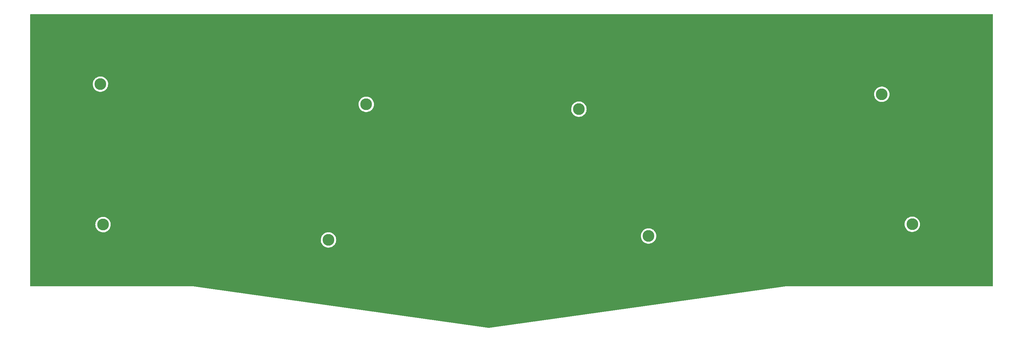
<source format=gbr>
%TF.GenerationSoftware,KiCad,Pcbnew,(5.99.0-9176-ga1730d51ff)*%
%TF.CreationDate,2021-03-15T21:55:54-05:00*%
%TF.ProjectId,Back Plate,4261636b-2050-46c6-9174-652e6b696361,rev?*%
%TF.SameCoordinates,Original*%
%TF.FileFunction,Copper,L2,Bot*%
%TF.FilePolarity,Positive*%
%FSLAX46Y46*%
G04 Gerber Fmt 4.6, Leading zero omitted, Abs format (unit mm)*
G04 Created by KiCad (PCBNEW (5.99.0-9176-ga1730d51ff)) date 2021-03-15 21:55:54*
%MOMM*%
%LPD*%
G01*
G04 APERTURE LIST*
%TA.AperFunction,ComponentPad*%
%ADD10C,3.300000*%
%TD*%
G04 APERTURE END LIST*
D10*
X159749803Y-105787321D03*
X149129803Y-143897321D03*
X313169803Y-139497321D03*
X85789803Y-139597321D03*
X219489803Y-107157321D03*
X304609803Y-102967321D03*
X85049803Y-100127321D03*
X239069803Y-142797321D03*
%TA.AperFunction,NonConductor*%
G36*
X200577144Y-80426540D02*
G01*
X335691802Y-80426540D01*
X335759923Y-80446542D01*
X335806416Y-80500198D01*
X335817802Y-80552540D01*
X335817803Y-156784139D01*
X335797801Y-156852260D01*
X335744145Y-156898753D01*
X335691803Y-156910139D01*
X318049906Y-156910139D01*
X278733061Y-156910140D01*
X278060314Y-156910140D01*
X278049640Y-156909687D01*
X278039078Y-156908789D01*
X278013242Y-156906592D01*
X278008255Y-156906067D01*
X277980543Y-156902590D01*
X277975063Y-156902686D01*
X277962184Y-156902251D01*
X277958564Y-156901943D01*
X277958562Y-156901943D01*
X277953718Y-156901531D01*
X277948866Y-156901869D01*
X277947093Y-156901856D01*
X277940765Y-156901973D01*
X277933298Y-156900654D01*
X277918310Y-156902304D01*
X277909315Y-156903294D01*
X277897723Y-156904032D01*
X277891277Y-156904144D01*
X277868961Y-156904533D01*
X277860390Y-156907202D01*
X277855574Y-156907978D01*
X277853212Y-156908336D01*
X277850367Y-156908739D01*
X277845892Y-156909051D01*
X277841504Y-156909995D01*
X277841496Y-156909996D01*
X277840513Y-156910207D01*
X277827812Y-156912267D01*
X277819363Y-156913197D01*
X277814663Y-156914468D01*
X277794321Y-156919969D01*
X277787970Y-156921511D01*
X277737395Y-156932389D01*
X277728420Y-156933981D01*
X194243870Y-168637396D01*
X194229055Y-168638588D01*
X194185174Y-168639517D01*
X194180369Y-168640370D01*
X194179243Y-168640481D01*
X194155468Y-168640399D01*
X194153671Y-168640079D01*
X194104269Y-168638391D01*
X194090985Y-168637231D01*
X118205832Y-157940706D01*
X111055313Y-156932792D01*
X111044850Y-156930863D01*
X111008734Y-156922616D01*
X111003904Y-156921412D01*
X110981082Y-156915243D01*
X110981076Y-156915242D01*
X110976745Y-156914071D01*
X110972208Y-156913516D01*
X110971445Y-156913422D01*
X110958720Y-156911196D01*
X110955312Y-156910418D01*
X110955307Y-156910417D01*
X110950567Y-156909335D01*
X110945708Y-156908994D01*
X110944323Y-156908789D01*
X110937616Y-156907971D01*
X110930479Y-156905646D01*
X110921507Y-156905373D01*
X110909643Y-156905012D01*
X110906186Y-156904907D01*
X110894713Y-156904032D01*
X110874883Y-156901605D01*
X110874880Y-156901605D01*
X110865972Y-156900515D01*
X110857114Y-156901969D01*
X110853594Y-156902041D01*
X110851161Y-156902067D01*
X110847016Y-156902072D01*
X110842555Y-156901759D01*
X110838090Y-156902082D01*
X110838077Y-156902082D01*
X110837190Y-156902146D01*
X110824288Y-156902416D01*
X110820781Y-156902310D01*
X110820780Y-156902310D01*
X110815910Y-156902162D01*
X110811084Y-156902764D01*
X110811077Y-156902764D01*
X110790008Y-156905391D01*
X110783514Y-156906030D01*
X110731288Y-156909809D01*
X110722195Y-156910138D01*
X110483263Y-156910138D01*
X74410396Y-156910139D01*
X65459803Y-156910139D01*
X65391682Y-156890137D01*
X65345189Y-156836481D01*
X65333803Y-156784139D01*
X65333803Y-143874665D01*
X146966422Y-143874665D01*
X146983363Y-144168479D01*
X147040022Y-144457276D01*
X147041408Y-144461324D01*
X147125107Y-144705787D01*
X147135352Y-144735711D01*
X147137279Y-144739542D01*
X147244755Y-144953233D01*
X147267588Y-144998632D01*
X147434282Y-145241174D01*
X147632351Y-145458849D01*
X147635639Y-145461598D01*
X147854838Y-145644877D01*
X147854843Y-145644881D01*
X147858130Y-145647629D01*
X147916206Y-145684060D01*
X148103799Y-145801738D01*
X148103803Y-145801740D01*
X148107439Y-145804021D01*
X148241553Y-145864576D01*
X148371755Y-145923365D01*
X148371759Y-145923367D01*
X148375667Y-145925131D01*
X148379787Y-145926351D01*
X148379786Y-145926351D01*
X148653737Y-146007499D01*
X148653741Y-146007500D01*
X148657850Y-146008717D01*
X148662084Y-146009365D01*
X148662089Y-146009366D01*
X148944524Y-146052584D01*
X148944526Y-146052584D01*
X148948766Y-146053233D01*
X149098567Y-146055586D01*
X149238741Y-146057789D01*
X149238747Y-146057789D01*
X149243032Y-146057856D01*
X149535202Y-146022499D01*
X149819871Y-145947818D01*
X149823831Y-145946178D01*
X149823836Y-145946176D01*
X149970208Y-145885546D01*
X150091771Y-145835193D01*
X150142094Y-145805787D01*
X150158838Y-145796003D01*
X150345870Y-145686710D01*
X150577467Y-145505115D01*
X150782276Y-145293769D01*
X150956506Y-145056582D01*
X151096935Y-144797944D01*
X151200964Y-144522641D01*
X151237848Y-144361598D01*
X151265710Y-144239947D01*
X151265711Y-144239942D01*
X151266667Y-144235767D01*
X151292829Y-143942630D01*
X151293303Y-143897321D01*
X151292050Y-143878945D01*
X151273578Y-143607977D01*
X151273577Y-143607971D01*
X151273286Y-143603700D01*
X151213605Y-143315513D01*
X151115365Y-143038092D01*
X150980384Y-142776570D01*
X150979045Y-142774665D01*
X236906422Y-142774665D01*
X236923363Y-143068479D01*
X236980022Y-143357276D01*
X236981408Y-143361324D01*
X237058175Y-143585540D01*
X237075352Y-143635711D01*
X237207588Y-143898632D01*
X237374282Y-144141174D01*
X237377163Y-144144340D01*
X237464159Y-144239947D01*
X237572351Y-144358849D01*
X237575639Y-144361598D01*
X237794838Y-144544877D01*
X237794843Y-144544881D01*
X237798130Y-144547629D01*
X237856206Y-144584060D01*
X238043799Y-144701738D01*
X238043803Y-144701740D01*
X238047439Y-144704021D01*
X238126109Y-144739542D01*
X238311755Y-144823365D01*
X238311759Y-144823367D01*
X238315667Y-144825131D01*
X238319787Y-144826351D01*
X238319786Y-144826351D01*
X238593737Y-144907499D01*
X238593741Y-144907500D01*
X238597850Y-144908717D01*
X238602084Y-144909365D01*
X238602089Y-144909366D01*
X238884524Y-144952584D01*
X238884526Y-144952584D01*
X238888766Y-144953233D01*
X239038567Y-144955586D01*
X239178741Y-144957789D01*
X239178747Y-144957789D01*
X239183032Y-144957856D01*
X239475202Y-144922499D01*
X239759871Y-144847818D01*
X239763831Y-144846178D01*
X239763836Y-144846176D01*
X239910208Y-144785546D01*
X240031771Y-144735193D01*
X240082094Y-144705787D01*
X240098838Y-144696003D01*
X240285870Y-144586710D01*
X240517467Y-144405115D01*
X240722276Y-144193769D01*
X240896506Y-143956582D01*
X241036935Y-143697944D01*
X241140964Y-143422641D01*
X241165500Y-143315513D01*
X241205710Y-143139947D01*
X241205711Y-143139942D01*
X241206667Y-143135767D01*
X241232829Y-142842630D01*
X241233303Y-142797321D01*
X241231888Y-142776570D01*
X241213578Y-142507977D01*
X241213577Y-142507971D01*
X241213286Y-142503700D01*
X241153605Y-142215513D01*
X241055365Y-141938092D01*
X240920384Y-141676570D01*
X240907185Y-141657789D01*
X240753625Y-141439296D01*
X240753624Y-141439295D01*
X240751158Y-141435786D01*
X240550821Y-141220197D01*
X240535634Y-141207766D01*
X240326396Y-141036508D01*
X240323078Y-141033792D01*
X240072144Y-140880020D01*
X240068208Y-140878292D01*
X239806590Y-140763449D01*
X239806586Y-140763448D01*
X239802662Y-140761725D01*
X239519620Y-140681099D01*
X239515378Y-140680495D01*
X239515372Y-140680494D01*
X239232505Y-140640236D01*
X239228254Y-140639631D01*
X239073117Y-140638819D01*
X238938242Y-140638112D01*
X238938236Y-140638112D01*
X238933956Y-140638090D01*
X238929712Y-140638649D01*
X238929708Y-140638649D01*
X238822123Y-140652813D01*
X238642171Y-140676504D01*
X238638031Y-140677637D01*
X238638029Y-140677637D01*
X238621072Y-140682276D01*
X238358300Y-140754163D01*
X238087595Y-140869628D01*
X237968051Y-140941174D01*
X237838746Y-141018561D01*
X237838742Y-141018564D01*
X237835064Y-141020765D01*
X237605382Y-141204775D01*
X237527629Y-141286710D01*
X237414629Y-141405787D01*
X237402798Y-141418254D01*
X237309697Y-141547818D01*
X237237057Y-141648907D01*
X237231060Y-141657252D01*
X237093347Y-141917346D01*
X236992208Y-142193724D01*
X236929512Y-142481270D01*
X236906422Y-142774665D01*
X150979045Y-142774665D01*
X150976044Y-142770394D01*
X150813625Y-142539296D01*
X150813624Y-142539295D01*
X150811158Y-142535786D01*
X150610821Y-142320197D01*
X150588709Y-142302098D01*
X150386396Y-142136508D01*
X150383078Y-142133792D01*
X150132144Y-141980020D01*
X150128208Y-141978292D01*
X149866590Y-141863449D01*
X149866586Y-141863448D01*
X149862662Y-141861725D01*
X149579620Y-141781099D01*
X149575378Y-141780495D01*
X149575372Y-141780494D01*
X149292505Y-141740236D01*
X149288254Y-141739631D01*
X149133117Y-141738819D01*
X148998242Y-141738112D01*
X148998236Y-141738112D01*
X148993956Y-141738090D01*
X148989712Y-141738649D01*
X148989708Y-141738649D01*
X148883862Y-141752584D01*
X148702171Y-141776504D01*
X148698031Y-141777637D01*
X148698029Y-141777637D01*
X148681072Y-141782276D01*
X148418300Y-141854163D01*
X148147595Y-141969628D01*
X147995219Y-142060824D01*
X147898746Y-142118561D01*
X147898742Y-142118564D01*
X147895064Y-142120765D01*
X147665382Y-142304775D01*
X147545607Y-142430991D01*
X147472551Y-142507977D01*
X147462798Y-142518254D01*
X147291060Y-142757252D01*
X147289051Y-142761047D01*
X147289050Y-142761048D01*
X147268529Y-142799806D01*
X147153347Y-143017346D01*
X147052208Y-143293724D01*
X146989512Y-143581270D01*
X146966422Y-143874665D01*
X65333803Y-143874665D01*
X65333803Y-139574665D01*
X83626422Y-139574665D01*
X83643363Y-139868479D01*
X83700022Y-140157276D01*
X83701408Y-140161324D01*
X83781046Y-140393926D01*
X83795352Y-140435711D01*
X83797279Y-140439542D01*
X83918466Y-140680494D01*
X83927588Y-140698632D01*
X84023127Y-140837643D01*
X84061702Y-140893769D01*
X84094282Y-140941174D01*
X84097163Y-140944340D01*
X84240651Y-141102031D01*
X84292351Y-141158849D01*
X84295639Y-141161598D01*
X84514838Y-141344877D01*
X84514843Y-141344881D01*
X84518130Y-141347629D01*
X84625759Y-141415145D01*
X84763799Y-141501738D01*
X84763803Y-141501740D01*
X84767439Y-141504021D01*
X84860802Y-141546176D01*
X85031755Y-141623365D01*
X85031759Y-141623367D01*
X85035667Y-141625131D01*
X85039787Y-141626351D01*
X85039786Y-141626351D01*
X85313737Y-141707499D01*
X85313741Y-141707500D01*
X85317850Y-141708717D01*
X85322084Y-141709365D01*
X85322089Y-141709366D01*
X85604524Y-141752584D01*
X85604526Y-141752584D01*
X85608766Y-141753233D01*
X85758567Y-141755586D01*
X85898741Y-141757789D01*
X85898747Y-141757789D01*
X85903032Y-141757856D01*
X86195202Y-141722499D01*
X86479871Y-141647818D01*
X86483831Y-141646178D01*
X86483836Y-141646176D01*
X86630208Y-141585546D01*
X86751771Y-141535193D01*
X86766903Y-141526351D01*
X86818838Y-141496003D01*
X87005870Y-141386710D01*
X87237467Y-141205115D01*
X87442276Y-140993769D01*
X87616506Y-140756582D01*
X87756935Y-140497944D01*
X87860964Y-140222641D01*
X87926667Y-139935767D01*
X87952829Y-139642630D01*
X87953303Y-139597321D01*
X87952050Y-139578945D01*
X87944941Y-139474665D01*
X311006422Y-139474665D01*
X311023363Y-139768479D01*
X311080022Y-140057276D01*
X311081408Y-140061324D01*
X311135209Y-140218462D01*
X311175352Y-140335711D01*
X311307588Y-140598632D01*
X311474282Y-140841174D01*
X311477163Y-140844340D01*
X311647514Y-141031553D01*
X311672351Y-141058849D01*
X311675639Y-141061598D01*
X311894838Y-141244877D01*
X311894843Y-141244881D01*
X311898130Y-141247629D01*
X311956206Y-141284060D01*
X312143799Y-141401738D01*
X312143803Y-141401740D01*
X312147439Y-141404021D01*
X312281553Y-141464576D01*
X312411755Y-141523365D01*
X312411759Y-141523367D01*
X312415667Y-141525131D01*
X312483680Y-141545277D01*
X312693737Y-141607499D01*
X312693741Y-141607500D01*
X312697850Y-141608717D01*
X312702084Y-141609365D01*
X312702089Y-141609366D01*
X312984524Y-141652584D01*
X312984526Y-141652584D01*
X312988766Y-141653233D01*
X313138567Y-141655586D01*
X313278741Y-141657789D01*
X313278747Y-141657789D01*
X313283032Y-141657856D01*
X313575202Y-141622499D01*
X313859871Y-141547818D01*
X313863831Y-141546178D01*
X313863836Y-141546176D01*
X314010208Y-141485546D01*
X314131771Y-141435193D01*
X314136132Y-141432645D01*
X314281619Y-141347629D01*
X314385870Y-141286710D01*
X314617467Y-141105115D01*
X314822276Y-140893769D01*
X314996506Y-140656582D01*
X315116429Y-140435711D01*
X315134885Y-140401720D01*
X315134886Y-140401718D01*
X315136935Y-140397944D01*
X315240964Y-140122641D01*
X315284743Y-139931493D01*
X315305710Y-139839947D01*
X315305711Y-139839942D01*
X315306667Y-139835767D01*
X315332829Y-139542630D01*
X315333303Y-139497321D01*
X315332050Y-139478945D01*
X315313578Y-139207977D01*
X315313577Y-139207971D01*
X315313286Y-139203700D01*
X315253605Y-138915513D01*
X315155365Y-138638092D01*
X315020384Y-138376570D01*
X314906933Y-138215145D01*
X314853625Y-138139296D01*
X314853624Y-138139295D01*
X314851158Y-138135786D01*
X314650821Y-137920197D01*
X314628709Y-137902098D01*
X314532615Y-137823447D01*
X314423078Y-137733792D01*
X314172144Y-137580020D01*
X314168208Y-137578292D01*
X313906590Y-137463449D01*
X313906586Y-137463448D01*
X313902662Y-137461725D01*
X313619620Y-137381099D01*
X313615378Y-137380495D01*
X313615372Y-137380494D01*
X313332505Y-137340236D01*
X313328254Y-137339631D01*
X313173117Y-137338819D01*
X313038242Y-137338112D01*
X313038236Y-137338112D01*
X313033956Y-137338090D01*
X313029712Y-137338649D01*
X313029708Y-137338649D01*
X312901377Y-137355544D01*
X312742171Y-137376504D01*
X312738031Y-137377637D01*
X312738029Y-137377637D01*
X312721072Y-137382276D01*
X312458300Y-137454163D01*
X312187595Y-137569628D01*
X312035219Y-137660824D01*
X311938746Y-137718561D01*
X311938742Y-137718564D01*
X311935064Y-137720765D01*
X311705382Y-137904775D01*
X311502798Y-138118254D01*
X311331060Y-138357252D01*
X311193347Y-138617346D01*
X311092208Y-138893724D01*
X311029512Y-139181270D01*
X311006422Y-139474665D01*
X87944941Y-139474665D01*
X87933578Y-139307977D01*
X87933577Y-139307971D01*
X87933286Y-139303700D01*
X87873605Y-139015513D01*
X87775365Y-138738092D01*
X87640384Y-138476570D01*
X87572779Y-138380377D01*
X87473625Y-138239296D01*
X87473624Y-138239295D01*
X87471158Y-138235786D01*
X87270821Y-138020197D01*
X87248709Y-138002098D01*
X87133597Y-137907881D01*
X87043078Y-137833792D01*
X86792144Y-137680020D01*
X86788208Y-137678292D01*
X86526590Y-137563449D01*
X86526586Y-137563448D01*
X86522662Y-137561725D01*
X86239620Y-137481099D01*
X86235378Y-137480495D01*
X86235372Y-137480494D01*
X85952505Y-137440236D01*
X85948254Y-137439631D01*
X85793117Y-137438819D01*
X85658242Y-137438112D01*
X85658236Y-137438112D01*
X85653956Y-137438090D01*
X85649712Y-137438649D01*
X85649708Y-137438649D01*
X85540482Y-137453029D01*
X85362171Y-137476504D01*
X85358031Y-137477637D01*
X85358029Y-137477637D01*
X85341072Y-137482276D01*
X85078300Y-137554163D01*
X84807595Y-137669628D01*
X84704126Y-137731553D01*
X84558746Y-137818561D01*
X84558742Y-137818564D01*
X84555064Y-137820765D01*
X84325382Y-138004775D01*
X84122798Y-138218254D01*
X83951060Y-138457252D01*
X83813347Y-138717346D01*
X83712208Y-138993724D01*
X83649512Y-139281270D01*
X83626422Y-139574665D01*
X65333803Y-139574665D01*
X65333803Y-105764665D01*
X157586422Y-105764665D01*
X157603363Y-106058479D01*
X157660022Y-106347276D01*
X157755352Y-106625711D01*
X157757279Y-106629542D01*
X157877200Y-106867977D01*
X157887588Y-106888632D01*
X158054282Y-107131174D01*
X158252351Y-107348849D01*
X158255639Y-107351598D01*
X158474838Y-107534877D01*
X158474843Y-107534881D01*
X158478130Y-107537629D01*
X158536206Y-107574060D01*
X158723799Y-107691738D01*
X158723803Y-107691740D01*
X158727439Y-107694021D01*
X158861553Y-107754576D01*
X158991755Y-107813365D01*
X158991759Y-107813367D01*
X158995667Y-107815131D01*
X158999787Y-107816351D01*
X158999786Y-107816351D01*
X159273737Y-107897499D01*
X159273741Y-107897500D01*
X159277850Y-107898717D01*
X159282084Y-107899365D01*
X159282089Y-107899366D01*
X159564524Y-107942584D01*
X159564526Y-107942584D01*
X159568766Y-107943233D01*
X159718567Y-107945586D01*
X159858741Y-107947789D01*
X159858747Y-107947789D01*
X159863032Y-107947856D01*
X160155202Y-107912499D01*
X160439871Y-107837818D01*
X160443831Y-107836178D01*
X160443836Y-107836176D01*
X160590208Y-107775546D01*
X160711771Y-107725193D01*
X160725320Y-107717276D01*
X160778838Y-107686003D01*
X160965870Y-107576710D01*
X161197467Y-107395115D01*
X161402276Y-107183769D01*
X161438346Y-107134665D01*
X217326422Y-107134665D01*
X217343363Y-107428479D01*
X217400022Y-107717276D01*
X217401408Y-107721324D01*
X217478968Y-107947856D01*
X217495352Y-107995711D01*
X217627588Y-108258632D01*
X217794282Y-108501174D01*
X217992351Y-108718849D01*
X217995639Y-108721598D01*
X218214838Y-108904877D01*
X218214843Y-108904881D01*
X218218130Y-108907629D01*
X218276206Y-108944060D01*
X218463799Y-109061738D01*
X218463803Y-109061740D01*
X218467439Y-109064021D01*
X218601553Y-109124576D01*
X218731755Y-109183365D01*
X218731759Y-109183367D01*
X218735667Y-109185131D01*
X218739787Y-109186351D01*
X218739786Y-109186351D01*
X219013737Y-109267499D01*
X219013741Y-109267500D01*
X219017850Y-109268717D01*
X219022084Y-109269365D01*
X219022089Y-109269366D01*
X219304524Y-109312584D01*
X219304526Y-109312584D01*
X219308766Y-109313233D01*
X219458567Y-109315586D01*
X219598741Y-109317789D01*
X219598747Y-109317789D01*
X219603032Y-109317856D01*
X219895202Y-109282499D01*
X220179871Y-109207818D01*
X220183831Y-109206178D01*
X220183836Y-109206176D01*
X220330208Y-109145546D01*
X220451771Y-109095193D01*
X220502094Y-109065787D01*
X220518838Y-109056003D01*
X220705870Y-108946710D01*
X220937467Y-108765115D01*
X221142276Y-108553769D01*
X221316506Y-108316582D01*
X221456935Y-108057944D01*
X221560964Y-107782641D01*
X221581784Y-107691738D01*
X221625710Y-107499947D01*
X221625711Y-107499942D01*
X221626667Y-107495767D01*
X221652829Y-107202630D01*
X221653063Y-107180313D01*
X221653277Y-107159806D01*
X221653303Y-107157321D01*
X221652050Y-107138945D01*
X221633578Y-106867977D01*
X221633577Y-106867971D01*
X221633286Y-106863700D01*
X221573605Y-106575513D01*
X221475365Y-106298092D01*
X221340384Y-106036570D01*
X221197053Y-105832630D01*
X221173625Y-105799296D01*
X221173624Y-105799295D01*
X221171158Y-105795786D01*
X220970821Y-105580197D01*
X220948709Y-105562098D01*
X220746396Y-105396508D01*
X220743078Y-105393792D01*
X220492144Y-105240020D01*
X220488208Y-105238292D01*
X220226590Y-105123449D01*
X220226586Y-105123448D01*
X220222662Y-105121725D01*
X219939620Y-105041099D01*
X219935378Y-105040495D01*
X219935372Y-105040494D01*
X219652505Y-105000236D01*
X219648254Y-104999631D01*
X219493117Y-104998819D01*
X219358242Y-104998112D01*
X219358236Y-104998112D01*
X219353956Y-104998090D01*
X219349712Y-104998649D01*
X219349708Y-104998649D01*
X219221377Y-105015544D01*
X219062171Y-105036504D01*
X219058031Y-105037637D01*
X219058029Y-105037637D01*
X219041072Y-105042276D01*
X218778300Y-105114163D01*
X218507595Y-105229628D01*
X218355219Y-105320824D01*
X218258746Y-105378561D01*
X218258742Y-105378564D01*
X218255064Y-105380765D01*
X218025382Y-105564775D01*
X217905607Y-105690991D01*
X217839747Y-105760394D01*
X217822798Y-105778254D01*
X217651060Y-106017252D01*
X217513347Y-106277346D01*
X217412208Y-106553724D01*
X217349512Y-106841270D01*
X217326422Y-107134665D01*
X161438346Y-107134665D01*
X161576506Y-106946582D01*
X161716935Y-106687944D01*
X161820964Y-106412641D01*
X161886667Y-106125767D01*
X161912829Y-105832630D01*
X161913303Y-105787321D01*
X161913134Y-105784840D01*
X161893578Y-105497977D01*
X161893577Y-105497971D01*
X161893286Y-105493700D01*
X161833605Y-105205513D01*
X161735365Y-104928092D01*
X161687849Y-104836031D01*
X161602349Y-104670377D01*
X161602349Y-104670376D01*
X161600384Y-104666570D01*
X161537972Y-104577766D01*
X161433625Y-104429296D01*
X161433624Y-104429295D01*
X161431158Y-104425786D01*
X161230821Y-104210197D01*
X161208709Y-104192098D01*
X161006396Y-104026508D01*
X161003078Y-104023792D01*
X160752144Y-103870020D01*
X160738262Y-103863926D01*
X160486590Y-103753449D01*
X160486586Y-103753448D01*
X160482662Y-103751725D01*
X160199620Y-103671099D01*
X160195378Y-103670495D01*
X160195372Y-103670494D01*
X159912505Y-103630236D01*
X159908254Y-103629631D01*
X159753117Y-103628819D01*
X159618242Y-103628112D01*
X159618236Y-103628112D01*
X159613956Y-103628090D01*
X159609712Y-103628649D01*
X159609708Y-103628649D01*
X159481377Y-103645544D01*
X159322171Y-103666504D01*
X159318031Y-103667637D01*
X159318029Y-103667637D01*
X159301072Y-103672276D01*
X159038300Y-103744163D01*
X158767595Y-103859628D01*
X158615219Y-103950824D01*
X158518746Y-104008561D01*
X158518742Y-104008564D01*
X158515064Y-104010765D01*
X158285382Y-104194775D01*
X158082798Y-104408254D01*
X157911060Y-104647252D01*
X157773347Y-104907346D01*
X157672208Y-105183724D01*
X157609512Y-105471270D01*
X157609176Y-105475540D01*
X157600940Y-105580197D01*
X157586422Y-105764665D01*
X65333803Y-105764665D01*
X65333803Y-102944665D01*
X302446422Y-102944665D01*
X302463363Y-103238479D01*
X302520022Y-103527276D01*
X302521408Y-103531324D01*
X302597459Y-103753449D01*
X302615352Y-103805711D01*
X302747588Y-104068632D01*
X302914282Y-104311174D01*
X303112351Y-104528849D01*
X303115639Y-104531598D01*
X303334838Y-104714877D01*
X303334843Y-104714881D01*
X303338130Y-104717629D01*
X303396206Y-104754060D01*
X303583799Y-104871738D01*
X303583803Y-104871740D01*
X303587439Y-104874021D01*
X303670173Y-104911377D01*
X303851755Y-104993365D01*
X303851759Y-104993367D01*
X303855667Y-104995131D01*
X303923680Y-105015277D01*
X304133737Y-105077499D01*
X304133741Y-105077500D01*
X304137850Y-105078717D01*
X304142084Y-105079365D01*
X304142089Y-105079366D01*
X304424524Y-105122584D01*
X304424526Y-105122584D01*
X304428766Y-105123233D01*
X304578567Y-105125586D01*
X304718741Y-105127789D01*
X304718747Y-105127789D01*
X304723032Y-105127856D01*
X305015202Y-105092499D01*
X305299871Y-105017818D01*
X305303831Y-105016178D01*
X305303836Y-105016176D01*
X305516488Y-104928092D01*
X305571771Y-104905193D01*
X305622094Y-104875787D01*
X305638838Y-104866003D01*
X305825870Y-104756710D01*
X306057467Y-104575115D01*
X306262276Y-104363769D01*
X306436506Y-104126582D01*
X306529308Y-103955662D01*
X306574885Y-103871720D01*
X306574886Y-103871718D01*
X306576935Y-103867944D01*
X306680964Y-103592641D01*
X306746667Y-103305767D01*
X306772829Y-103012630D01*
X306773303Y-102967321D01*
X306772050Y-102948945D01*
X306753578Y-102677977D01*
X306753577Y-102677971D01*
X306753286Y-102673700D01*
X306693605Y-102385513D01*
X306595365Y-102108092D01*
X306460384Y-101846570D01*
X306291158Y-101605786D01*
X306090821Y-101390197D01*
X306068709Y-101372098D01*
X305959623Y-101282813D01*
X305863078Y-101203792D01*
X305612144Y-101050020D01*
X305608208Y-101048292D01*
X305346590Y-100933449D01*
X305346586Y-100933448D01*
X305342662Y-100931725D01*
X305059620Y-100851099D01*
X305055378Y-100850495D01*
X305055372Y-100850494D01*
X304772505Y-100810236D01*
X304768254Y-100809631D01*
X304613117Y-100808819D01*
X304478242Y-100808112D01*
X304478236Y-100808112D01*
X304473956Y-100808090D01*
X304469712Y-100808649D01*
X304469708Y-100808649D01*
X304341377Y-100825544D01*
X304182171Y-100846504D01*
X304178031Y-100847637D01*
X304178029Y-100847637D01*
X304161072Y-100852276D01*
X303898300Y-100924163D01*
X303627595Y-101039628D01*
X303475219Y-101130824D01*
X303378746Y-101188561D01*
X303378742Y-101188564D01*
X303375064Y-101190765D01*
X303145382Y-101374775D01*
X302942798Y-101588254D01*
X302771060Y-101827252D01*
X302633347Y-102087346D01*
X302532208Y-102363724D01*
X302469512Y-102651270D01*
X302446422Y-102944665D01*
X65333803Y-102944665D01*
X65333803Y-100104665D01*
X82886422Y-100104665D01*
X82903363Y-100398479D01*
X82960022Y-100687276D01*
X82961408Y-100691324D01*
X83043314Y-100930550D01*
X83055352Y-100965711D01*
X83057279Y-100969542D01*
X83173969Y-101201553D01*
X83187588Y-101228632D01*
X83354282Y-101471174D01*
X83357163Y-101474340D01*
X83460817Y-101588254D01*
X83552351Y-101688849D01*
X83555639Y-101691598D01*
X83774838Y-101874877D01*
X83774843Y-101874881D01*
X83778130Y-101877629D01*
X83836206Y-101914060D01*
X84023799Y-102031738D01*
X84023803Y-102031740D01*
X84027439Y-102034021D01*
X84137131Y-102083549D01*
X84291755Y-102153365D01*
X84291759Y-102153367D01*
X84295667Y-102155131D01*
X84299787Y-102156351D01*
X84299786Y-102156351D01*
X84573737Y-102237499D01*
X84573741Y-102237500D01*
X84577850Y-102238717D01*
X84582084Y-102239365D01*
X84582089Y-102239366D01*
X84864524Y-102282584D01*
X84864526Y-102282584D01*
X84868766Y-102283233D01*
X85018567Y-102285586D01*
X85158741Y-102287789D01*
X85158747Y-102287789D01*
X85163032Y-102287856D01*
X85455202Y-102252499D01*
X85739871Y-102177818D01*
X85743831Y-102176178D01*
X85743836Y-102176176D01*
X85958289Y-102087346D01*
X86011771Y-102065193D01*
X86062094Y-102035787D01*
X86078838Y-102026003D01*
X86265870Y-101916710D01*
X86497467Y-101735115D01*
X86702276Y-101523769D01*
X86876506Y-101286582D01*
X87016935Y-101027944D01*
X87120964Y-100752641D01*
X87186667Y-100465767D01*
X87212829Y-100172630D01*
X87213303Y-100127321D01*
X87212050Y-100108945D01*
X87193578Y-99837977D01*
X87193577Y-99837971D01*
X87193286Y-99833700D01*
X87133605Y-99545513D01*
X87035365Y-99268092D01*
X86900384Y-99006570D01*
X86731158Y-98765786D01*
X86530821Y-98550197D01*
X86508709Y-98532098D01*
X86306396Y-98366508D01*
X86303078Y-98363792D01*
X86052144Y-98210020D01*
X86048208Y-98208292D01*
X85786590Y-98093449D01*
X85786586Y-98093448D01*
X85782662Y-98091725D01*
X85499620Y-98011099D01*
X85495378Y-98010495D01*
X85495372Y-98010494D01*
X85212505Y-97970236D01*
X85208254Y-97969631D01*
X85053117Y-97968819D01*
X84918242Y-97968112D01*
X84918236Y-97968112D01*
X84913956Y-97968090D01*
X84909712Y-97968649D01*
X84909708Y-97968649D01*
X84781377Y-97985544D01*
X84622171Y-98006504D01*
X84618031Y-98007637D01*
X84618029Y-98007637D01*
X84601072Y-98012276D01*
X84338300Y-98084163D01*
X84067595Y-98199628D01*
X83915219Y-98290824D01*
X83818746Y-98348561D01*
X83818742Y-98348564D01*
X83815064Y-98350765D01*
X83585382Y-98534775D01*
X83382798Y-98748254D01*
X83211060Y-98987252D01*
X83073347Y-99247346D01*
X82972208Y-99523724D01*
X82909512Y-99811270D01*
X82886422Y-100104665D01*
X65333803Y-100104665D01*
X65333803Y-80552539D01*
X65353805Y-80484418D01*
X65407461Y-80437925D01*
X65459803Y-80426539D01*
X200577144Y-80426540D01*
G37*
%TD.AperFunction*%
%TA.AperFunction,NonConductor*%
G36*
X335691802Y-80426540D02*
G01*
X335759923Y-80446542D01*
X335806416Y-80500198D01*
X335817802Y-80552540D01*
X335817803Y-156784139D01*
X335797801Y-156852260D01*
X335744145Y-156898753D01*
X335691803Y-156910139D01*
X318049906Y-156910139D01*
X278733061Y-156910140D01*
X278060314Y-156910140D01*
X278049640Y-156909687D01*
X278039078Y-156908789D01*
X278013242Y-156906592D01*
X278008255Y-156906067D01*
X277980543Y-156902590D01*
X277975063Y-156902686D01*
X277962184Y-156902251D01*
X277958564Y-156901943D01*
X277958562Y-156901943D01*
X277953718Y-156901531D01*
X277948866Y-156901869D01*
X277947093Y-156901856D01*
X277940765Y-156901973D01*
X277933298Y-156900654D01*
X277918310Y-156902304D01*
X277909315Y-156903294D01*
X277897723Y-156904032D01*
X277891277Y-156904144D01*
X277868961Y-156904533D01*
X277860390Y-156907202D01*
X277855574Y-156907978D01*
X277853212Y-156908336D01*
X277850367Y-156908739D01*
X277845892Y-156909051D01*
X277841504Y-156909995D01*
X277841496Y-156909996D01*
X277840513Y-156910207D01*
X277827812Y-156912267D01*
X277819363Y-156913197D01*
X277814663Y-156914468D01*
X277794321Y-156919969D01*
X277787970Y-156921511D01*
X277737395Y-156932389D01*
X277728420Y-156933981D01*
X194243870Y-168637396D01*
X194229055Y-168638588D01*
X194185174Y-168639517D01*
X194180369Y-168640370D01*
X194179243Y-168640481D01*
X194155468Y-168640399D01*
X194153671Y-168640079D01*
X194104269Y-168638391D01*
X194090985Y-168637231D01*
X118205832Y-157940706D01*
X111055313Y-156932792D01*
X111044850Y-156930863D01*
X111008734Y-156922616D01*
X111003904Y-156921412D01*
X110981082Y-156915243D01*
X110981076Y-156915242D01*
X110976745Y-156914071D01*
X110972208Y-156913516D01*
X110971445Y-156913422D01*
X110958720Y-156911196D01*
X110955312Y-156910418D01*
X110955307Y-156910417D01*
X110950567Y-156909335D01*
X110945708Y-156908994D01*
X110944323Y-156908789D01*
X110937616Y-156907971D01*
X110930479Y-156905646D01*
X110921507Y-156905373D01*
X110909643Y-156905012D01*
X110906186Y-156904907D01*
X110894713Y-156904032D01*
X110874883Y-156901605D01*
X110874880Y-156901605D01*
X110865972Y-156900515D01*
X110857114Y-156901969D01*
X110853594Y-156902041D01*
X110851161Y-156902067D01*
X110847016Y-156902072D01*
X110842555Y-156901759D01*
X110838090Y-156902082D01*
X110838077Y-156902082D01*
X110837190Y-156902146D01*
X110824288Y-156902416D01*
X110820781Y-156902310D01*
X110820780Y-156902310D01*
X110815910Y-156902162D01*
X110811084Y-156902764D01*
X110811077Y-156902764D01*
X110790008Y-156905391D01*
X110783514Y-156906030D01*
X110731288Y-156909809D01*
X110722195Y-156910138D01*
X110483059Y-156910138D01*
X74404438Y-156910139D01*
X65459803Y-156910139D01*
X65391682Y-156890137D01*
X65370620Y-156865830D01*
X65375578Y-143874665D01*
X146966422Y-143874665D01*
X146983363Y-144168479D01*
X147040022Y-144457276D01*
X147041408Y-144461324D01*
X147125107Y-144705787D01*
X147135352Y-144735711D01*
X147137279Y-144739542D01*
X147244755Y-144953233D01*
X147267588Y-144998632D01*
X147434282Y-145241174D01*
X147632351Y-145458849D01*
X147635639Y-145461598D01*
X147854838Y-145644877D01*
X147854843Y-145644881D01*
X147858130Y-145647629D01*
X147916206Y-145684060D01*
X148103799Y-145801738D01*
X148103803Y-145801740D01*
X148107439Y-145804021D01*
X148241553Y-145864576D01*
X148371755Y-145923365D01*
X148371759Y-145923367D01*
X148375667Y-145925131D01*
X148379787Y-145926351D01*
X148379786Y-145926351D01*
X148653737Y-146007499D01*
X148653741Y-146007500D01*
X148657850Y-146008717D01*
X148662084Y-146009365D01*
X148662089Y-146009366D01*
X148944524Y-146052584D01*
X148944526Y-146052584D01*
X148948766Y-146053233D01*
X149098567Y-146055586D01*
X149238741Y-146057789D01*
X149238747Y-146057789D01*
X149243032Y-146057856D01*
X149535202Y-146022499D01*
X149819871Y-145947818D01*
X149823831Y-145946178D01*
X149823836Y-145946176D01*
X149970208Y-145885546D01*
X150091771Y-145835193D01*
X150142094Y-145805787D01*
X150158838Y-145796003D01*
X150345870Y-145686710D01*
X150577467Y-145505115D01*
X150782276Y-145293769D01*
X150956506Y-145056582D01*
X151096935Y-144797944D01*
X151200964Y-144522641D01*
X151237848Y-144361598D01*
X151265710Y-144239947D01*
X151265711Y-144239942D01*
X151266667Y-144235767D01*
X151292829Y-143942630D01*
X151293303Y-143897321D01*
X151292050Y-143878945D01*
X151273578Y-143607977D01*
X151273577Y-143607971D01*
X151273286Y-143603700D01*
X151213605Y-143315513D01*
X151115365Y-143038092D01*
X150980384Y-142776570D01*
X150979045Y-142774665D01*
X236906422Y-142774665D01*
X236923363Y-143068479D01*
X236980022Y-143357276D01*
X236981408Y-143361324D01*
X237058175Y-143585540D01*
X237075352Y-143635711D01*
X237207588Y-143898632D01*
X237374282Y-144141174D01*
X237377163Y-144144340D01*
X237464159Y-144239947D01*
X237572351Y-144358849D01*
X237575639Y-144361598D01*
X237794838Y-144544877D01*
X237794843Y-144544881D01*
X237798130Y-144547629D01*
X237856206Y-144584060D01*
X238043799Y-144701738D01*
X238043803Y-144701740D01*
X238047439Y-144704021D01*
X238126109Y-144739542D01*
X238311755Y-144823365D01*
X238311759Y-144823367D01*
X238315667Y-144825131D01*
X238319787Y-144826351D01*
X238319786Y-144826351D01*
X238593737Y-144907499D01*
X238593741Y-144907500D01*
X238597850Y-144908717D01*
X238602084Y-144909365D01*
X238602089Y-144909366D01*
X238884524Y-144952584D01*
X238884526Y-144952584D01*
X238888766Y-144953233D01*
X239038567Y-144955586D01*
X239178741Y-144957789D01*
X239178747Y-144957789D01*
X239183032Y-144957856D01*
X239475202Y-144922499D01*
X239759871Y-144847818D01*
X239763831Y-144846178D01*
X239763836Y-144846176D01*
X239910208Y-144785546D01*
X240031771Y-144735193D01*
X240082094Y-144705787D01*
X240098838Y-144696003D01*
X240285870Y-144586710D01*
X240517467Y-144405115D01*
X240722276Y-144193769D01*
X240896506Y-143956582D01*
X241036935Y-143697944D01*
X241140964Y-143422641D01*
X241165500Y-143315513D01*
X241205710Y-143139947D01*
X241205711Y-143139942D01*
X241206667Y-143135767D01*
X241232829Y-142842630D01*
X241233303Y-142797321D01*
X241231888Y-142776570D01*
X241213578Y-142507977D01*
X241213577Y-142507971D01*
X241213286Y-142503700D01*
X241153605Y-142215513D01*
X241055365Y-141938092D01*
X240920384Y-141676570D01*
X240907185Y-141657789D01*
X240753625Y-141439296D01*
X240753624Y-141439295D01*
X240751158Y-141435786D01*
X240550821Y-141220197D01*
X240535634Y-141207766D01*
X240326396Y-141036508D01*
X240323078Y-141033792D01*
X240072144Y-140880020D01*
X240068208Y-140878292D01*
X239806590Y-140763449D01*
X239806586Y-140763448D01*
X239802662Y-140761725D01*
X239519620Y-140681099D01*
X239515378Y-140680495D01*
X239515372Y-140680494D01*
X239232505Y-140640236D01*
X239228254Y-140639631D01*
X239073117Y-140638819D01*
X238938242Y-140638112D01*
X238938236Y-140638112D01*
X238933956Y-140638090D01*
X238929712Y-140638649D01*
X238929708Y-140638649D01*
X238822123Y-140652813D01*
X238642171Y-140676504D01*
X238638031Y-140677637D01*
X238638029Y-140677637D01*
X238621072Y-140682276D01*
X238358300Y-140754163D01*
X238087595Y-140869628D01*
X237968051Y-140941174D01*
X237838746Y-141018561D01*
X237838742Y-141018564D01*
X237835064Y-141020765D01*
X237605382Y-141204775D01*
X237527629Y-141286710D01*
X237414629Y-141405787D01*
X237402798Y-141418254D01*
X237309697Y-141547818D01*
X237237057Y-141648907D01*
X237231060Y-141657252D01*
X237093347Y-141917346D01*
X236992208Y-142193724D01*
X236929512Y-142481270D01*
X236906422Y-142774665D01*
X150979045Y-142774665D01*
X150976044Y-142770394D01*
X150813625Y-142539296D01*
X150813624Y-142539295D01*
X150811158Y-142535786D01*
X150610821Y-142320197D01*
X150588709Y-142302098D01*
X150386396Y-142136508D01*
X150383078Y-142133792D01*
X150132144Y-141980020D01*
X150128208Y-141978292D01*
X149866590Y-141863449D01*
X149866586Y-141863448D01*
X149862662Y-141861725D01*
X149579620Y-141781099D01*
X149575378Y-141780495D01*
X149575372Y-141780494D01*
X149292505Y-141740236D01*
X149288254Y-141739631D01*
X149133117Y-141738819D01*
X148998242Y-141738112D01*
X148998236Y-141738112D01*
X148993956Y-141738090D01*
X148989712Y-141738649D01*
X148989708Y-141738649D01*
X148883862Y-141752584D01*
X148702171Y-141776504D01*
X148698031Y-141777637D01*
X148698029Y-141777637D01*
X148681072Y-141782276D01*
X148418300Y-141854163D01*
X148147595Y-141969628D01*
X147995219Y-142060824D01*
X147898746Y-142118561D01*
X147898742Y-142118564D01*
X147895064Y-142120765D01*
X147665382Y-142304775D01*
X147545607Y-142430991D01*
X147472551Y-142507977D01*
X147462798Y-142518254D01*
X147291060Y-142757252D01*
X147289051Y-142761047D01*
X147289050Y-142761048D01*
X147268529Y-142799806D01*
X147153347Y-143017346D01*
X147052208Y-143293724D01*
X146989512Y-143581270D01*
X146966422Y-143874665D01*
X65375578Y-143874665D01*
X65377219Y-139574665D01*
X83626422Y-139574665D01*
X83643363Y-139868479D01*
X83700022Y-140157276D01*
X83701408Y-140161324D01*
X83781046Y-140393926D01*
X83795352Y-140435711D01*
X83797279Y-140439542D01*
X83918466Y-140680494D01*
X83927588Y-140698632D01*
X84023127Y-140837643D01*
X84061702Y-140893769D01*
X84094282Y-140941174D01*
X84097163Y-140944340D01*
X84240651Y-141102031D01*
X84292351Y-141158849D01*
X84295639Y-141161598D01*
X84514838Y-141344877D01*
X84514843Y-141344881D01*
X84518130Y-141347629D01*
X84625759Y-141415145D01*
X84763799Y-141501738D01*
X84763803Y-141501740D01*
X84767439Y-141504021D01*
X84860802Y-141546176D01*
X85031755Y-141623365D01*
X85031759Y-141623367D01*
X85035667Y-141625131D01*
X85039787Y-141626351D01*
X85039786Y-141626351D01*
X85313737Y-141707499D01*
X85313741Y-141707500D01*
X85317850Y-141708717D01*
X85322084Y-141709365D01*
X85322089Y-141709366D01*
X85604524Y-141752584D01*
X85604526Y-141752584D01*
X85608766Y-141753233D01*
X85758567Y-141755586D01*
X85898741Y-141757789D01*
X85898747Y-141757789D01*
X85903032Y-141757856D01*
X86195202Y-141722499D01*
X86479871Y-141647818D01*
X86483831Y-141646178D01*
X86483836Y-141646176D01*
X86630208Y-141585546D01*
X86751771Y-141535193D01*
X86766903Y-141526351D01*
X86818838Y-141496003D01*
X87005870Y-141386710D01*
X87237467Y-141205115D01*
X87442276Y-140993769D01*
X87616506Y-140756582D01*
X87756935Y-140497944D01*
X87860964Y-140222641D01*
X87926667Y-139935767D01*
X87952829Y-139642630D01*
X87953303Y-139597321D01*
X87952050Y-139578945D01*
X87944941Y-139474665D01*
X311006422Y-139474665D01*
X311023363Y-139768479D01*
X311080022Y-140057276D01*
X311081408Y-140061324D01*
X311135209Y-140218462D01*
X311175352Y-140335711D01*
X311307588Y-140598632D01*
X311474282Y-140841174D01*
X311477163Y-140844340D01*
X311647514Y-141031553D01*
X311672351Y-141058849D01*
X311675639Y-141061598D01*
X311894838Y-141244877D01*
X311894843Y-141244881D01*
X311898130Y-141247629D01*
X311956206Y-141284060D01*
X312143799Y-141401738D01*
X312143803Y-141401740D01*
X312147439Y-141404021D01*
X312281553Y-141464576D01*
X312411755Y-141523365D01*
X312411759Y-141523367D01*
X312415667Y-141525131D01*
X312483680Y-141545277D01*
X312693737Y-141607499D01*
X312693741Y-141607500D01*
X312697850Y-141608717D01*
X312702084Y-141609365D01*
X312702089Y-141609366D01*
X312984524Y-141652584D01*
X312984526Y-141652584D01*
X312988766Y-141653233D01*
X313138567Y-141655586D01*
X313278741Y-141657789D01*
X313278747Y-141657789D01*
X313283032Y-141657856D01*
X313575202Y-141622499D01*
X313859871Y-141547818D01*
X313863831Y-141546178D01*
X313863836Y-141546176D01*
X314010208Y-141485546D01*
X314131771Y-141435193D01*
X314136132Y-141432645D01*
X314281619Y-141347629D01*
X314385870Y-141286710D01*
X314617467Y-141105115D01*
X314822276Y-140893769D01*
X314996506Y-140656582D01*
X315116429Y-140435711D01*
X315134885Y-140401720D01*
X315134886Y-140401718D01*
X315136935Y-140397944D01*
X315240964Y-140122641D01*
X315284743Y-139931493D01*
X315305710Y-139839947D01*
X315305711Y-139839942D01*
X315306667Y-139835767D01*
X315332829Y-139542630D01*
X315333303Y-139497321D01*
X315332050Y-139478945D01*
X315313578Y-139207977D01*
X315313577Y-139207971D01*
X315313286Y-139203700D01*
X315253605Y-138915513D01*
X315155365Y-138638092D01*
X315020384Y-138376570D01*
X314906933Y-138215145D01*
X314853625Y-138139296D01*
X314853624Y-138139295D01*
X314851158Y-138135786D01*
X314650821Y-137920197D01*
X314628709Y-137902098D01*
X314532615Y-137823447D01*
X314423078Y-137733792D01*
X314172144Y-137580020D01*
X314168208Y-137578292D01*
X313906590Y-137463449D01*
X313906586Y-137463448D01*
X313902662Y-137461725D01*
X313619620Y-137381099D01*
X313615378Y-137380495D01*
X313615372Y-137380494D01*
X313332505Y-137340236D01*
X313328254Y-137339631D01*
X313173117Y-137338819D01*
X313038242Y-137338112D01*
X313038236Y-137338112D01*
X313033956Y-137338090D01*
X313029712Y-137338649D01*
X313029708Y-137338649D01*
X312901377Y-137355544D01*
X312742171Y-137376504D01*
X312738031Y-137377637D01*
X312738029Y-137377637D01*
X312721072Y-137382276D01*
X312458300Y-137454163D01*
X312187595Y-137569628D01*
X312035219Y-137660824D01*
X311938746Y-137718561D01*
X311938742Y-137718564D01*
X311935064Y-137720765D01*
X311705382Y-137904775D01*
X311502798Y-138118254D01*
X311331060Y-138357252D01*
X311193347Y-138617346D01*
X311092208Y-138893724D01*
X311029512Y-139181270D01*
X311006422Y-139474665D01*
X87944941Y-139474665D01*
X87933578Y-139307977D01*
X87933577Y-139307971D01*
X87933286Y-139303700D01*
X87873605Y-139015513D01*
X87775365Y-138738092D01*
X87640384Y-138476570D01*
X87572779Y-138380377D01*
X87473625Y-138239296D01*
X87473624Y-138239295D01*
X87471158Y-138235786D01*
X87270821Y-138020197D01*
X87248709Y-138002098D01*
X87133597Y-137907881D01*
X87043078Y-137833792D01*
X86792144Y-137680020D01*
X86788208Y-137678292D01*
X86526590Y-137563449D01*
X86526586Y-137563448D01*
X86522662Y-137561725D01*
X86239620Y-137481099D01*
X86235378Y-137480495D01*
X86235372Y-137480494D01*
X85952505Y-137440236D01*
X85948254Y-137439631D01*
X85793117Y-137438819D01*
X85658242Y-137438112D01*
X85658236Y-137438112D01*
X85653956Y-137438090D01*
X85649712Y-137438649D01*
X85649708Y-137438649D01*
X85540482Y-137453029D01*
X85362171Y-137476504D01*
X85358031Y-137477637D01*
X85358029Y-137477637D01*
X85341072Y-137482276D01*
X85078300Y-137554163D01*
X84807595Y-137669628D01*
X84704126Y-137731553D01*
X84558746Y-137818561D01*
X84558742Y-137818564D01*
X84555064Y-137820765D01*
X84325382Y-138004775D01*
X84122798Y-138218254D01*
X83951060Y-138457252D01*
X83813347Y-138717346D01*
X83712208Y-138993724D01*
X83649512Y-139281270D01*
X83626422Y-139574665D01*
X65377219Y-139574665D01*
X65390122Y-105764665D01*
X157586422Y-105764665D01*
X157603363Y-106058479D01*
X157660022Y-106347276D01*
X157755352Y-106625711D01*
X157757279Y-106629542D01*
X157877200Y-106867977D01*
X157887588Y-106888632D01*
X158054282Y-107131174D01*
X158252351Y-107348849D01*
X158255639Y-107351598D01*
X158474838Y-107534877D01*
X158474843Y-107534881D01*
X158478130Y-107537629D01*
X158536206Y-107574060D01*
X158723799Y-107691738D01*
X158723803Y-107691740D01*
X158727439Y-107694021D01*
X158861553Y-107754576D01*
X158991755Y-107813365D01*
X158991759Y-107813367D01*
X158995667Y-107815131D01*
X158999787Y-107816351D01*
X158999786Y-107816351D01*
X159273737Y-107897499D01*
X159273741Y-107897500D01*
X159277850Y-107898717D01*
X159282084Y-107899365D01*
X159282089Y-107899366D01*
X159564524Y-107942584D01*
X159564526Y-107942584D01*
X159568766Y-107943233D01*
X159718567Y-107945586D01*
X159858741Y-107947789D01*
X159858747Y-107947789D01*
X159863032Y-107947856D01*
X160155202Y-107912499D01*
X160439871Y-107837818D01*
X160443831Y-107836178D01*
X160443836Y-107836176D01*
X160590208Y-107775546D01*
X160711771Y-107725193D01*
X160725320Y-107717276D01*
X160778838Y-107686003D01*
X160965870Y-107576710D01*
X161197467Y-107395115D01*
X161402276Y-107183769D01*
X161438346Y-107134665D01*
X217326422Y-107134665D01*
X217343363Y-107428479D01*
X217400022Y-107717276D01*
X217401408Y-107721324D01*
X217478968Y-107947856D01*
X217495352Y-107995711D01*
X217627588Y-108258632D01*
X217794282Y-108501174D01*
X217992351Y-108718849D01*
X217995639Y-108721598D01*
X218214838Y-108904877D01*
X218214843Y-108904881D01*
X218218130Y-108907629D01*
X218276206Y-108944060D01*
X218463799Y-109061738D01*
X218463803Y-109061740D01*
X218467439Y-109064021D01*
X218601553Y-109124576D01*
X218731755Y-109183365D01*
X218731759Y-109183367D01*
X218735667Y-109185131D01*
X218739787Y-109186351D01*
X218739786Y-109186351D01*
X219013737Y-109267499D01*
X219013741Y-109267500D01*
X219017850Y-109268717D01*
X219022084Y-109269365D01*
X219022089Y-109269366D01*
X219304524Y-109312584D01*
X219304526Y-109312584D01*
X219308766Y-109313233D01*
X219458567Y-109315586D01*
X219598741Y-109317789D01*
X219598747Y-109317789D01*
X219603032Y-109317856D01*
X219895202Y-109282499D01*
X220179871Y-109207818D01*
X220183831Y-109206178D01*
X220183836Y-109206176D01*
X220330208Y-109145546D01*
X220451771Y-109095193D01*
X220502094Y-109065787D01*
X220518838Y-109056003D01*
X220705870Y-108946710D01*
X220937467Y-108765115D01*
X221142276Y-108553769D01*
X221316506Y-108316582D01*
X221456935Y-108057944D01*
X221560964Y-107782641D01*
X221581784Y-107691738D01*
X221625710Y-107499947D01*
X221625711Y-107499942D01*
X221626667Y-107495767D01*
X221652829Y-107202630D01*
X221653063Y-107180313D01*
X221653277Y-107159806D01*
X221653303Y-107157321D01*
X221652050Y-107138945D01*
X221633578Y-106867977D01*
X221633577Y-106867971D01*
X221633286Y-106863700D01*
X221573605Y-106575513D01*
X221475365Y-106298092D01*
X221340384Y-106036570D01*
X221197053Y-105832630D01*
X221173625Y-105799296D01*
X221173624Y-105799295D01*
X221171158Y-105795786D01*
X220970821Y-105580197D01*
X220948709Y-105562098D01*
X220746396Y-105396508D01*
X220743078Y-105393792D01*
X220492144Y-105240020D01*
X220488208Y-105238292D01*
X220226590Y-105123449D01*
X220226586Y-105123448D01*
X220222662Y-105121725D01*
X219939620Y-105041099D01*
X219935378Y-105040495D01*
X219935372Y-105040494D01*
X219652505Y-105000236D01*
X219648254Y-104999631D01*
X219493117Y-104998819D01*
X219358242Y-104998112D01*
X219358236Y-104998112D01*
X219353956Y-104998090D01*
X219349712Y-104998649D01*
X219349708Y-104998649D01*
X219221377Y-105015544D01*
X219062171Y-105036504D01*
X219058031Y-105037637D01*
X219058029Y-105037637D01*
X219041072Y-105042276D01*
X218778300Y-105114163D01*
X218507595Y-105229628D01*
X218355219Y-105320824D01*
X218258746Y-105378561D01*
X218258742Y-105378564D01*
X218255064Y-105380765D01*
X218025382Y-105564775D01*
X217905607Y-105690991D01*
X217839747Y-105760394D01*
X217822798Y-105778254D01*
X217651060Y-106017252D01*
X217513347Y-106277346D01*
X217412208Y-106553724D01*
X217349512Y-106841270D01*
X217326422Y-107134665D01*
X161438346Y-107134665D01*
X161576506Y-106946582D01*
X161716935Y-106687944D01*
X161820964Y-106412641D01*
X161886667Y-106125767D01*
X161912829Y-105832630D01*
X161913303Y-105787321D01*
X161913134Y-105784840D01*
X161893578Y-105497977D01*
X161893577Y-105497971D01*
X161893286Y-105493700D01*
X161833605Y-105205513D01*
X161735365Y-104928092D01*
X161687849Y-104836031D01*
X161602349Y-104670377D01*
X161602349Y-104670376D01*
X161600384Y-104666570D01*
X161537972Y-104577766D01*
X161433625Y-104429296D01*
X161433624Y-104429295D01*
X161431158Y-104425786D01*
X161230821Y-104210197D01*
X161208709Y-104192098D01*
X161006396Y-104026508D01*
X161003078Y-104023792D01*
X160752144Y-103870020D01*
X160738262Y-103863926D01*
X160486590Y-103753449D01*
X160486586Y-103753448D01*
X160482662Y-103751725D01*
X160199620Y-103671099D01*
X160195378Y-103670495D01*
X160195372Y-103670494D01*
X159912505Y-103630236D01*
X159908254Y-103629631D01*
X159753117Y-103628819D01*
X159618242Y-103628112D01*
X159618236Y-103628112D01*
X159613956Y-103628090D01*
X159609712Y-103628649D01*
X159609708Y-103628649D01*
X159481377Y-103645544D01*
X159322171Y-103666504D01*
X159318031Y-103667637D01*
X159318029Y-103667637D01*
X159301072Y-103672276D01*
X159038300Y-103744163D01*
X158767595Y-103859628D01*
X158615219Y-103950824D01*
X158518746Y-104008561D01*
X158518742Y-104008564D01*
X158515064Y-104010765D01*
X158285382Y-104194775D01*
X158082798Y-104408254D01*
X157911060Y-104647252D01*
X157773347Y-104907346D01*
X157672208Y-105183724D01*
X157609512Y-105471270D01*
X157609176Y-105475540D01*
X157600940Y-105580197D01*
X157586422Y-105764665D01*
X65390122Y-105764665D01*
X65391198Y-102944665D01*
X302446422Y-102944665D01*
X302463363Y-103238479D01*
X302520022Y-103527276D01*
X302521408Y-103531324D01*
X302597459Y-103753449D01*
X302615352Y-103805711D01*
X302747588Y-104068632D01*
X302914282Y-104311174D01*
X303112351Y-104528849D01*
X303115639Y-104531598D01*
X303334838Y-104714877D01*
X303334843Y-104714881D01*
X303338130Y-104717629D01*
X303396206Y-104754060D01*
X303583799Y-104871738D01*
X303583803Y-104871740D01*
X303587439Y-104874021D01*
X303670173Y-104911377D01*
X303851755Y-104993365D01*
X303851759Y-104993367D01*
X303855667Y-104995131D01*
X303923680Y-105015277D01*
X304133737Y-105077499D01*
X304133741Y-105077500D01*
X304137850Y-105078717D01*
X304142084Y-105079365D01*
X304142089Y-105079366D01*
X304424524Y-105122584D01*
X304424526Y-105122584D01*
X304428766Y-105123233D01*
X304578567Y-105125586D01*
X304718741Y-105127789D01*
X304718747Y-105127789D01*
X304723032Y-105127856D01*
X305015202Y-105092499D01*
X305299871Y-105017818D01*
X305303831Y-105016178D01*
X305303836Y-105016176D01*
X305516488Y-104928092D01*
X305571771Y-104905193D01*
X305622094Y-104875787D01*
X305638838Y-104866003D01*
X305825870Y-104756710D01*
X306057467Y-104575115D01*
X306262276Y-104363769D01*
X306436506Y-104126582D01*
X306529308Y-103955662D01*
X306574885Y-103871720D01*
X306574886Y-103871718D01*
X306576935Y-103867944D01*
X306680964Y-103592641D01*
X306746667Y-103305767D01*
X306772829Y-103012630D01*
X306773303Y-102967321D01*
X306772050Y-102948945D01*
X306753578Y-102677977D01*
X306753577Y-102677971D01*
X306753286Y-102673700D01*
X306693605Y-102385513D01*
X306595365Y-102108092D01*
X306460384Y-101846570D01*
X306291158Y-101605786D01*
X306090821Y-101390197D01*
X306068709Y-101372098D01*
X305959623Y-101282813D01*
X305863078Y-101203792D01*
X305612144Y-101050020D01*
X305608208Y-101048292D01*
X305346590Y-100933449D01*
X305346586Y-100933448D01*
X305342662Y-100931725D01*
X305059620Y-100851099D01*
X305055378Y-100850495D01*
X305055372Y-100850494D01*
X304772505Y-100810236D01*
X304768254Y-100809631D01*
X304613117Y-100808819D01*
X304478242Y-100808112D01*
X304478236Y-100808112D01*
X304473956Y-100808090D01*
X304469712Y-100808649D01*
X304469708Y-100808649D01*
X304341377Y-100825544D01*
X304182171Y-100846504D01*
X304178031Y-100847637D01*
X304178029Y-100847637D01*
X304161072Y-100852276D01*
X303898300Y-100924163D01*
X303627595Y-101039628D01*
X303475219Y-101130824D01*
X303378746Y-101188561D01*
X303378742Y-101188564D01*
X303375064Y-101190765D01*
X303145382Y-101374775D01*
X302942798Y-101588254D01*
X302771060Y-101827252D01*
X302633347Y-102087346D01*
X302532208Y-102363724D01*
X302469512Y-102651270D01*
X302446422Y-102944665D01*
X65391198Y-102944665D01*
X65392282Y-100104665D01*
X82886422Y-100104665D01*
X82903363Y-100398479D01*
X82960022Y-100687276D01*
X82961408Y-100691324D01*
X83043314Y-100930550D01*
X83055352Y-100965711D01*
X83057279Y-100969542D01*
X83173969Y-101201553D01*
X83187588Y-101228632D01*
X83354282Y-101471174D01*
X83357163Y-101474340D01*
X83460817Y-101588254D01*
X83552351Y-101688849D01*
X83555639Y-101691598D01*
X83774838Y-101874877D01*
X83774843Y-101874881D01*
X83778130Y-101877629D01*
X83836206Y-101914060D01*
X84023799Y-102031738D01*
X84023803Y-102031740D01*
X84027439Y-102034021D01*
X84137131Y-102083549D01*
X84291755Y-102153365D01*
X84291759Y-102153367D01*
X84295667Y-102155131D01*
X84299787Y-102156351D01*
X84299786Y-102156351D01*
X84573737Y-102237499D01*
X84573741Y-102237500D01*
X84577850Y-102238717D01*
X84582084Y-102239365D01*
X84582089Y-102239366D01*
X84864524Y-102282584D01*
X84864526Y-102282584D01*
X84868766Y-102283233D01*
X85018567Y-102285586D01*
X85158741Y-102287789D01*
X85158747Y-102287789D01*
X85163032Y-102287856D01*
X85455202Y-102252499D01*
X85739871Y-102177818D01*
X85743831Y-102176178D01*
X85743836Y-102176176D01*
X85958289Y-102087346D01*
X86011771Y-102065193D01*
X86062094Y-102035787D01*
X86078838Y-102026003D01*
X86265870Y-101916710D01*
X86497467Y-101735115D01*
X86702276Y-101523769D01*
X86876506Y-101286582D01*
X87016935Y-101027944D01*
X87120964Y-100752641D01*
X87186667Y-100465767D01*
X87212829Y-100172630D01*
X87213303Y-100127321D01*
X87212050Y-100108945D01*
X87193578Y-99837977D01*
X87193577Y-99837971D01*
X87193286Y-99833700D01*
X87133605Y-99545513D01*
X87035365Y-99268092D01*
X86900384Y-99006570D01*
X86731158Y-98765786D01*
X86530821Y-98550197D01*
X86508709Y-98532098D01*
X86306396Y-98366508D01*
X86303078Y-98363792D01*
X86052144Y-98210020D01*
X86048208Y-98208292D01*
X85786590Y-98093449D01*
X85786586Y-98093448D01*
X85782662Y-98091725D01*
X85499620Y-98011099D01*
X85495378Y-98010495D01*
X85495372Y-98010494D01*
X85212505Y-97970236D01*
X85208254Y-97969631D01*
X85053117Y-97968819D01*
X84918242Y-97968112D01*
X84918236Y-97968112D01*
X84913956Y-97968090D01*
X84909712Y-97968649D01*
X84909708Y-97968649D01*
X84781377Y-97985544D01*
X84622171Y-98006504D01*
X84618031Y-98007637D01*
X84618029Y-98007637D01*
X84601072Y-98012276D01*
X84338300Y-98084163D01*
X84067595Y-98199628D01*
X83915219Y-98290824D01*
X83818746Y-98348561D01*
X83818742Y-98348564D01*
X83815064Y-98350765D01*
X83585382Y-98534775D01*
X83382798Y-98748254D01*
X83211060Y-98987252D01*
X83073347Y-99247346D01*
X82972208Y-99523724D01*
X82909512Y-99811270D01*
X82886422Y-100104665D01*
X65392282Y-100104665D01*
X65399785Y-80444576D01*
X65407461Y-80437925D01*
X65459803Y-80426539D01*
X166366572Y-80426539D01*
X335691802Y-80426540D01*
G37*
%TD.AperFunction*%
M02*

</source>
